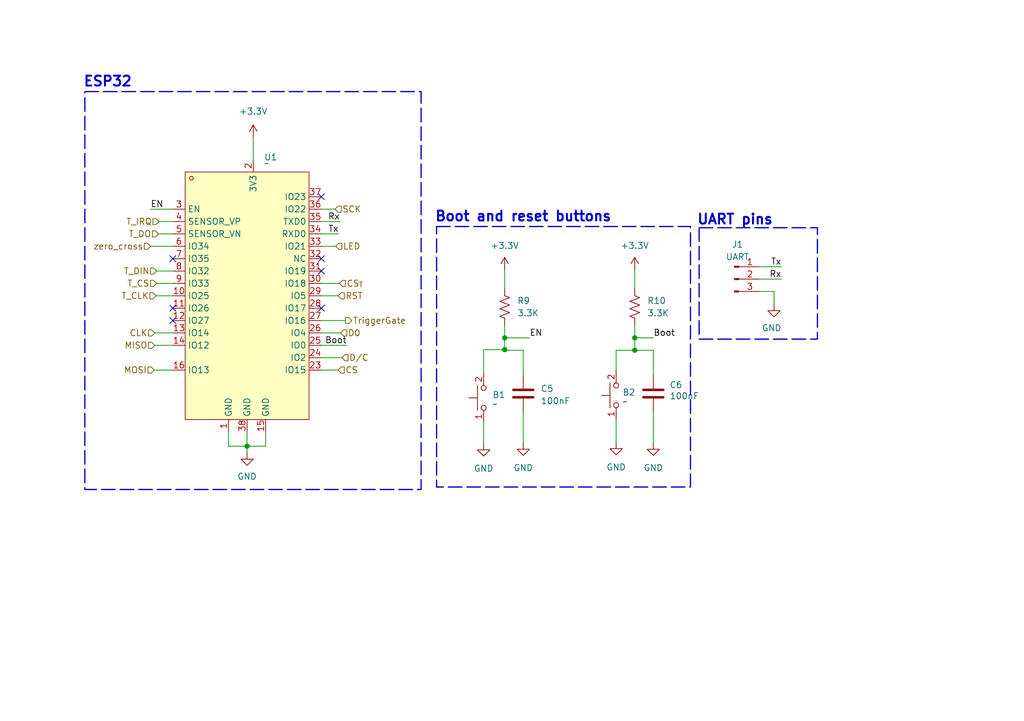
<source format=kicad_sch>
(kicad_sch (version 20231120) (generator "eeschema") (generator_version "8.0")
  (paper "A5")
  (lib_symbols
    (symbol "Connector:Conn_01x03_Pin" (pin_names (offset 1.016) hide)
      (property "Reference" "J" (at 0 5.08 0))
      (property "Value" "Conn_01x03_Pin" (at 0 -5.08 0))
      (symbol "Conn_01x03_Pin_1_1"
        (polyline (pts (xy 1.27 -2.54) (xy 0.8636 -2.54)) (stroke (width 0.1524)))
        (polyline (pts (xy 1.27 0) (xy 0.8636 0)) (stroke (width 0.1524)))
        (polyline (pts (xy 1.27 2.54) (xy 0.8636 2.54)) (stroke (width 0.1524)))
        (rectangle (start 0.8636 -2.413) (end 0 -2.667) (stroke (width 0.1524)) (fill (type outline)))
        (rectangle (start 0.8636 0.127) (end 0 -0.127) (stroke (width 0.1524)) (fill (type outline)))
        (rectangle (start 0.8636 2.667) (end 0 2.413) (stroke (width 0.1524)) (fill (type outline)))
        (pin passive line (at 5.08 2.54 180) (length 3.81) (name "Pin_1") (number "1"))
        (pin passive line (at 5.08 0 180) (length 3.81) (name "Pin_2") (number "2"))
        (pin passive line (at 5.08 -2.54 180) (length 3.81) (name "Pin_3") (number "3"))
      )
    )
    (symbol "Device:C" (pin_numbers hide) (pin_names (offset 0.254))
      (property "Reference" "C" (at 0.635 2.54 0))
      (property "Value" "C" (at 0.635 -2.54 0))
      (symbol "C_0_1"
        (polyline (pts (xy -2.032 -0.762) (xy 2.032 -0.762)) (stroke (width 0.508)))
        (polyline (pts (xy -2.032 0.762) (xy 2.032 0.762)) (stroke (width 0.508)))
      )
      (symbol "C_1_1"
        (pin passive line (at 0 3.81 270) (length 2.794) (name "~") (number "1"))
        (pin passive line (at 0 -3.81 90) (length 2.794) (name "~") (number "2"))
      )
    )
    (symbol "Device:R_US" (pin_numbers hide) (pin_names (offset 0))
      (property "Reference" "R" (at 2.54 0 90))
      (property "Value" "R_US" (at -2.54 0 90))
      (symbol "R_US_0_1"
        (polyline (pts (xy 0 -2.286) (xy 0 -2.54)))
        (polyline (pts (xy 0 2.286) (xy 0 2.54)))
        (polyline (pts (xy 0 -0.762) (xy 1.016 -1.143) (xy 0 -1.524) (xy -1.016 -1.905) (xy 0 -2.286)))
        (polyline (pts (xy 0 0.762) (xy 1.016 0.381) (xy 0 0) (xy -1.016 -0.381) (xy 0 -0.762)))
        (polyline (pts (xy 0 2.286) (xy 1.016 1.905) (xy 0 1.524) (xy -1.016 1.143) (xy 0 0.762)))
      )
      (symbol "R_US_1_1"
        (pin passive line (at 0 3.81 270) (length 1.27) (name "~") (number "1"))
        (pin passive line (at 0 -3.81 90) (length 1.27) (name "~") (number "2"))
      )
    )
    (symbol "JuanDavid_Library:ESP32-WROOM-32E-N8"
      (property "Reference" "U" (at -6.35 41.91 0))
      (symbol "ESP32-WROOM-32E-N8_0_1"
        (rectangle (start -13.97 39.37) (end 11.43 -11.43) (fill (type background)))
        (circle (center -12.7 38.1) (radius 0.38))
        (pin unspecified line (at -5.08 -13.97 90) (length 2.54) (name "GND") (number "1"))
        (pin unspecified line (at -16.51 13.97 0) (length 2.54) (name "IO25") (number "10"))
        (pin unspecified line (at -16.51 11.43 0) (length 2.54) (name "IO26") (number "11"))
        (pin unspecified line (at -16.51 8.89 0) (length 2.54) (name "IO27") (number "12"))
        (pin unspecified line (at -16.51 6.35 0) (length 2.54) (name "IO14") (number "13"))
        (pin unspecified line (at -16.51 3.81 0) (length 2.54) (name "IO12") (number "14"))
        (pin unspecified line (at 2.54 -13.97 90) (length 2.54) (name "GND") (number "15"))
        (pin unspecified line (at -16.51 -1.27 0) (length 2.54) (name "IO13") (number "16"))
        (pin unspecified line (at 0 41.91 270) (length 2.54) (name "3V3") (number "2"))
        (pin unspecified line (at 13.97 -1.27 180) (length 2.54) (name "IO15") (number "23"))
        (pin unspecified line (at 13.97 1.27 180) (length 2.54) (name "IO2") (number "24"))
        (pin unspecified line (at 13.97 3.81 180) (length 2.54) (name "IO0") (number "25"))
        (pin unspecified line (at 13.97 6.35 180) (length 2.54) (name "IO4") (number "26"))
        (pin unspecified line (at 13.97 8.89 180) (length 2.54) (name "IO16") (number "27"))
        (pin unspecified line (at 13.97 11.43 180) (length 2.54) (name "IO17") (number "28"))
        (pin unspecified line (at 13.97 13.97 180) (length 2.54) (name "IO5") (number "29"))
        (pin unspecified line (at -16.51 31.75 0) (length 2.54) (name "EN") (number "3"))
        (pin unspecified line (at 13.97 16.51 180) (length 2.54) (name "IO18") (number "30"))
        (pin unspecified line (at 13.97 19.05 180) (length 2.54) (name "IO19") (number "31"))
        (pin unspecified line (at 13.97 21.59 180) (length 2.54) (name "NC") (number "32"))
        (pin unspecified line (at 13.97 24.13 180) (length 2.54) (name "IO21") (number "33"))
        (pin unspecified line (at 13.97 26.67 180) (length 2.54) (name "RXD0") (number "34"))
        (pin unspecified line (at 13.97 29.21 180) (length 2.54) (name "TXD0") (number "35"))
        (pin unspecified line (at 13.97 31.75 180) (length 2.54) (name "IO22") (number "36"))
        (pin unspecified line (at 13.97 34.29 180) (length 2.54) (name "IO23") (number "37"))
        (pin unspecified line (at -1.27 -13.97 90) (length 2.54) (name "GND") (number "38"))
        (pin unspecified line (at -16.51 29.21 0) (length 2.54) (name "SENSOR_VP") (number "4"))
        (pin unspecified line (at -16.51 26.67 0) (length 2.54) (name "SENSOR_VN") (number "5"))
        (pin unspecified line (at -16.51 24.13 0) (length 2.54) (name "IO34") (number "6"))
        (pin unspecified line (at -16.51 21.59 0) (length 2.54) (name "IO35") (number "7"))
        (pin unspecified line (at -16.51 19.05 0) (length 2.54) (name "IO32") (number "8"))
        (pin unspecified line (at -16.51 16.51 0) (length 2.54) (name "IO33") (number "9"))
      )
      (symbol "ESP32-WROOM-32E-N8_1_1"
        (pin no_connect line (at -16.51 -3.81 0) (length 2.54) hide (name "NC") (number "17"))
        (pin no_connect line (at -16.51 -6.35 0) (length 2.54) hide (name "NC") (number "18"))
        (pin no_connect line (at -16.51 -8.89 0) (length 2.54) hide (name "NC") (number "19"))
        (pin no_connect line (at 13.97 -8.89 180) (length 2.54) hide (name "NC") (number "20"))
        (pin no_connect line (at 13.97 -6.35 180) (length 2.54) hide (name "NC") (number "21"))
        (pin no_connect line (at 13.97 -3.81 180) (length 2.54) hide (name "NC") (number "22"))
        (pin unspecified line (at -5.08 -13.97 90) (length 2.54) hide (name "GND") (number "39"))
      )
    )
    (symbol "JuanDavid_Library:SlimButton"
      (property "Reference" "B" (at 0 5.08 0))
      (symbol "SlimButton_0_1"
        (circle (center -2.032 0) (radius 0.508))
        (polyline (pts (xy 0 1.27) (xy 0 3.048)))
        (polyline (pts (xy 2.54 1.27) (xy -2.54 1.27)))
        (circle (center 2.032 0) (radius 0.508))
      )
      (symbol "SlimButton_1_1"
        (pin passive line (at -5.08 0 0) (length 2.54) (name "") (number "1"))
        (pin passive line (at 5.08 0 180) (length 2.54) (name "") (number "2"))
      )
    )
    (symbol "power:+5V" (power) (pin_numbers hide) (pin_names (offset 0) hide)
      (property "Value" "+5V" (at 0 3.556 0))
      (symbol "+5V_0_1"
        (polyline (pts (xy -0.762 1.27) (xy 0 2.54)))
        (polyline (pts (xy 0 0) (xy 0 2.54)))
        (polyline (pts (xy 0 2.54) (xy 0.762 1.27)))
      )
      (symbol "+5V_1_1"
        (pin power_in line (at 0 0 90) (length 0) (name "~") (number "1"))
      )
    )
    (symbol "power:GND" (power) (pin_numbers hide) (pin_names (offset 0) hide)
      (property "Value" "GND" (at 0 -3.81 0))
      (symbol "GND_0_1"
        (polyline (pts (xy 0 0) (xy 0 -1.27) (xy 1.27 -1.27) (xy 0 -2.54) (xy -1.27 -1.27) (xy 0 -1.27)))
      )
      (symbol "GND_1_1"
        (pin power_in line (at 0 0 270) (length 0) (name "~") (number "1"))
      )
    )
  )
  (junction (at 130.175 71.882))
  (junction (at 103.505 71.755))
  (junction (at 130.175 69.342))
  (junction (at 50.673 91.567))
  (junction (at 103.505 69.342))
  (no_connect (at 65.913 63.246))
  (no_connect (at 65.913 40.386))
  (no_connect (at 35.433 53.086))
  (no_connect (at 65.913 55.626))
  (no_connect (at 35.433 63.246))
  (no_connect (at 65.913 53.086))
  (no_connect (at 35.433 65.786))
  (wire (pts (xy 103.505 66.802) (xy 103.505 69.342)))
  (wire (pts (xy 160.274 54.737) (xy 155.702 54.737)))
  (wire (pts (xy 32.639 45.466) (xy 35.433 45.466)))
  (wire (pts (xy 126.365 86.233) (xy 126.365 90.805)))
  (wire (pts (xy 158.75 59.817) (xy 158.75 62.484)))
  (wire (pts (xy 54.483 91.567) (xy 50.673 91.567)))
  (wire (pts (xy 32.512 48.006) (xy 35.433 48.006)))
  (wire (pts (xy 126.365 71.882) (xy 130.175 71.882)))
  (wire (pts (xy 65.913 58.166) (xy 69.596 58.166)))
  (wire (pts (xy 99.187 71.755) (xy 103.505 71.755)))
  (wire (pts (xy 99.187 76.581) (xy 99.187 71.755)))
  (wire (pts (xy 54.483 88.646) (xy 54.483 91.567)))
  (wire (pts (xy 133.985 84.582) (xy 133.985 90.932)))
  (wire (pts (xy 68.707 42.926) (xy 65.913 42.926)))
  (wire (pts (xy 65.913 60.706) (xy 69.342 60.706)))
  (wire (pts (xy 30.861 50.546) (xy 35.433 50.546)))
  (wire (pts (xy 46.863 91.567) (xy 50.673 91.567)))
  (wire (pts (xy 103.505 55.372) (xy 103.505 59.182)))
  (wire (pts (xy 130.175 55.372) (xy 130.175 59.182)))
  (wire (pts (xy 35.433 55.626) (xy 32.131 55.626)))
  (wire (pts (xy 99.187 86.741) (xy 99.187 91.059)))
  (wire (pts (xy 50.673 88.646) (xy 50.673 91.567)))
  (wire (pts (xy 65.913 73.406) (xy 70.104 73.406)))
  (wire (pts (xy 130.175 69.342) (xy 130.175 71.882)))
  (wire (pts (xy 31.623 75.946) (xy 35.433 75.946)))
  (wire (pts (xy 31.75 70.866) (xy 35.433 70.866)))
  (wire (pts (xy 69.723 45.466) (xy 65.913 45.466)))
  (wire (pts (xy 103.505 69.342) (xy 103.505 71.755)))
  (wire (pts (xy 107.315 71.882) (xy 103.505 71.882)))
  (wire (pts (xy 160.274 57.277) (xy 155.702 57.277)))
  (wire (pts (xy 46.863 88.646) (xy 46.863 91.567)))
  (wire (pts (xy 107.315 76.962) (xy 107.315 71.882)))
  (wire (pts (xy 133.985 71.882) (xy 130.175 71.882)))
  (wire (pts (xy 32.131 58.166) (xy 35.433 58.166)))
  (wire (pts (xy 103.505 71.755) (xy 103.505 71.882)))
  (wire (pts (xy 126.365 76.073) (xy 126.365 71.882)))
  (wire (pts (xy 65.913 50.546) (xy 68.834 50.546)))
  (wire (pts (xy 133.985 76.962) (xy 133.985 71.882)))
  (wire (pts (xy 130.175 69.342) (xy 133.985 69.342)))
  (wire (pts (xy 50.673 91.567) (xy 50.673 92.964)))
  (wire (pts (xy 69.469 48.006) (xy 65.913 48.006)))
  (wire (pts (xy 35.433 68.326) (xy 31.75 68.326)))
  (wire (pts (xy 69.342 75.946) (xy 65.913 75.946)))
  (wire (pts (xy 107.315 84.582) (xy 107.315 90.932)))
  (wire (pts (xy 71.12 70.866) (xy 65.913 70.866)))
  (wire (pts (xy 30.861 42.926) (xy 35.433 42.926)))
  (wire (pts (xy 103.505 69.342) (xy 108.585 69.342)))
  (wire (pts (xy 35.433 60.706) (xy 32.004 60.706)))
  (wire (pts (xy 65.913 68.326) (xy 69.85 68.326)))
  (wire (pts (xy 65.913 65.786) (xy 70.866 65.786)))
  (wire (pts (xy 130.175 66.802) (xy 130.175 69.342)))
  (wire (pts (xy 155.702 59.817) (xy 158.75 59.817)))
  (wire (pts (xy 51.943 28.194) (xy 51.943 32.766)))
  (rectangle (start 89.535 46.482) (end 141.605 99.949) (stroke (width 0.254) (type dash)))
  (rectangle (start 17.399 18.796) (end 86.36 100.457) (stroke (width 0.254) (type dash)))
  (rectangle (start 143.383 46.736) (end 167.64 69.596) (stroke (width 0.254) (type dash)))
  (image (at 50.673 59.182) (scale 0.138558))
  (text "Boot and reset buttons\n" (at 107.315 44.577 0) (effects (font (size 2.032 2.032) (thickness 0.4064) (bold yes))))
  (text "ESP32" (at 22.098 16.891 0) (effects (font (size 2.032 2.032) (thickness 0.4064) (bold yes))))
  (text "UART pins\n" (at 150.749 45.212 0) (effects (font (size 2.032 2.032) (thickness 0.4064) (bold yes))))
  (label "EN" (at 30.861 42.926 0))
  (label "Boot" (at 133.985 69.342 0))
  (label "Tx" (at 69.469 48.006 180))
  (label "Rx" (at 160.274 57.277 180))
  (label "Tx" (at 160.274 54.737 180))
  (label "EN" (at 108.585 69.342 0))
  (label "Boot" (at 71.12 70.866 180))
  (label "Rx" (at 69.723 45.466 180))
  (hierarchical_label "zero_cross" (shape input) (at 30.861 50.546 180))
  (hierarchical_label "T_CLK" (shape input) (at 32.004 60.706 180))
  (hierarchical_label "TriggerGate" (shape output) (at 70.866 65.786 0))
  (hierarchical_label "RST" (shape input) (at 69.342 60.706 0))
  (hierarchical_label "T_DO" (shape input) (at 32.512 48.006 180))
  (hierarchical_label "CS" (shape input) (at 69.342 75.946 0))
  (hierarchical_label "T_DIN" (shape input) (at 32.131 55.626 180))
  (hierarchical_label "T_CS" (shape input) (at 32.131 58.166 180))
  (hierarchical_label "CS_{T}" (shape input) (at 69.596 58.166 0))
  (hierarchical_label "CLK" (shape input) (at 31.75 68.326 180))
  (hierarchical_label "D{slash}C" (shape input) (at 70.104 73.406 0))
  (hierarchical_label "T_IRQ" (shape input) (at 32.639 45.466 180))
  (hierarchical_label "MISO" (shape input) (at 31.75 70.866 180))
  (hierarchical_label "D0" (shape input) (at 69.85 68.326 0))
  (hierarchical_label "LED" (shape input) (at 68.834 50.546 0))
  (hierarchical_label "MOSI" (shape input) (at 31.623 75.946 180))
  (hierarchical_label "SCK" (shape input) (at 68.707 42.926 0))
  (symbol (lib_id "power:GND") (at 50.673 92.964 0) (unit 1)
    (property "Reference" "#PWR08" (effects (hide yes)))
    (property "Value" "GND" (at 50.673 97.79 0))
    (property "Description" "Power symbol creates a global label with name \"GND\" , ground" (effects (hide yes)))
  )
  (symbol (lib_id "power:GND") (at 158.75 62.484 0) (unit 1)
    (property "Reference" "#PWR034" (effects (hide yes)))
    (property "Value" "GND" (at 158.242 67.31 0))
    (property "Description" "Power symbol creates a global label with name \"GND\" , ground" (effects (hide yes)))
  )
  (symbol (lib_id "Connector:Conn_01x03_Pin") (at 150.622 57.277 0) (unit 1)
    (property "Reference" "J1" (at 151.257 50.165 0))
    (property "Value" "UART" (at 151.257 52.705 0))
    (property "Footprint" "Connector_PinSocket_2.54mm:PinSocket_1x03_P2.54mm_Vertical" (effects (hide yes)))
    (property "Description" "Generic connector, single row, 01x03, script generated" (effects (hide yes)))
  )
  (symbol (lib_id "Device:C") (at 133.985 80.772 0) (unit 1)
    (property "Reference" "C6" (at 137.287 78.994 0) (effects (justify left)))
    (property "Value" "100nF" (at 137.287 81.28 0) (effects (justify left)))
    (property "Footprint" "Capacitor_SMD:C_0603_1608Metric" (effects (hide yes)))
    (property "Description" "Unpolarized capacitor" (effects (hide yes)))
  )
  (symbol (lib_id "Device:C") (at 107.315 80.772 0) (unit 1)
    (property "Reference" "C5" (at 110.871 79.756 0) (effects (justify left)))
    (property "Value" "100nF" (at 110.871 82.296 0) (effects (justify left)))
    (property "Footprint" "Capacitor_SMD:C_0603_1608Metric" (effects (hide yes)))
    (property "Description" "Unpolarized capacitor" (effects (hide yes)))
  )
  (symbol (lib_id "power:GND") (at 107.315 90.932 0) (unit 1)
    (property "Reference" "#PWR030" (effects (hide yes)))
    (property "Value" "GND" (at 107.315 96.012 0))
    (property "Description" "Power symbol creates a global label with name \"GND\" , ground" (effects (hide yes)))
  )
  (symbol (lib_id "power:+5V") (at 103.505 55.372 0) (unit 1)
    (property "Reference" "#PWR029" (effects (hide yes)))
    (property "Value" "+3.3V" (at 103.505 50.419 0))
    (property "Description" "Power symbol creates a global label with name \"+5V\"" (effects (hide yes)))
  )
  (symbol (lib_id "power:+5V") (at 51.943 28.194 0) (unit 1)
    (property "Reference" "#PWR023" (effects (hide yes)))
    (property "Value" "+3.3V" (at 51.943 22.86 0))
    (property "Description" "Power symbol creates a global label with name \"+5V\"" (effects (hide yes)))
  )
  (symbol (lib_id "Device:R_US") (at 103.505 62.992 0) (unit 1)
    (property "Reference" "R9" (at 106.045 61.7219 0) (effects (justify left)))
    (property "Value" "3.3K" (at 106.045 64.2619 0) (effects (justify left)))
    (property "Footprint" "Resistor_SMD:R_0603_1608Metric" (effects (hide yes)))
    (property "Description" "Resistor, US symbol" (effects (hide yes)))
  )
  (symbol (lib_id "JuanDavid_Library:ESP32-WROOM-32E-N8") (at 51.943 74.676 0) (unit 1)
    (property "Reference" "U1" (at 54.1371 32.258 0) (effects (justify left)))
    (property "Value" "~" (at 54.1371 33.528 0) (effects (justify left)))
    (property "Footprint" "JuanDavid_Library:WIFI-SMD_ESP32-WROOM-32E" (effects (hide yes)))
    (property "Description" " SMD,18x25.5mm WiFi Modules ROHS" (effects (hide yes)))
    (property "LCSC Part" "C701342" (effects (hide yes)))
    (property "Name" "ESP32-WROOM-32E" (effects (hide yes)))
  )
  (symbol (lib_id "Device:R_US") (at 130.175 62.992 0) (unit 1)
    (property "Reference" "R10" (at 132.715 61.7219 0) (effects (justify left)))
    (property "Value" "3.3K" (at 132.715 64.2619 0) (effects (justify left)))
    (property "Footprint" "Resistor_SMD:R_0603_1608Metric" (effects (hide yes)))
    (property "Description" "Resistor, US symbol" (effects (hide yes)))
  )
  (symbol (lib_id "JuanDavid_Library:SlimButton") (at 99.187 81.661 90) (unit 1)
    (property "Reference" "B1" (at 100.965 81.0259 90) (effects (justify right)))
    (property "Value" "~" (at 100.965 82.931 90) (effects (justify right)))
    (property "Footprint" "JuanDavid_Library:SW-SMD_L3.9-W2.9-LS4.8" (effects (hide yes)))
    (property "Description" "No Without 50mA 3.9mm 100MΩ 100,000 Times 12V 400gf 2.9mm 2mm Round Button Brick nogging SPST SMD Tactile Switches ROHS" (effects (hide yes)))
    (property "LCSC Part" "C2837082" (effects (hide yes)))
    (property "Name" "GT-TC029D-H020-L1" (effects (hide yes)))
  )
  (symbol (lib_id "power:GND") (at 133.985 90.932 0) (unit 1)
    (property "Reference" "#PWR033" (effects (hide yes)))
    (property "Value" "GND" (at 133.985 96.012 0))
    (property "Description" "Power symbol creates a global label with name \"GND\" , ground" (effects (hide yes)))
  )
  (symbol (lib_id "power:GND") (at 126.365 90.805 0) (unit 1)
    (property "Reference" "#PWR031" (effects (hide yes)))
    (property "Value" "GND" (at 126.365 95.885 0))
    (property "Description" "Power symbol creates a global label with name \"GND\" , ground" (effects (hide yes)))
  )
  (symbol (lib_id "power:GND") (at 99.187 91.059 0) (unit 1)
    (property "Reference" "#PWR028" (effects (hide yes)))
    (property "Value" "GND" (at 99.187 96.139 0))
    (property "Description" "Power symbol creates a global label with name \"GND\" , ground" (effects (hide yes)))
  )
  (symbol (lib_id "JuanDavid_Library:SlimButton") (at 126.365 81.153 90) (unit 1)
    (property "Reference" "B2" (at 127.635 80.5179 90) (effects (justify right)))
    (property "Value" "~" (at 127.635 82.423 90) (effects (justify right)))
    (property "Footprint" "JuanDavid_Library:SW-SMD_L3.9-W2.9-LS4.8" (effects (hide yes)))
    (property "Description" "No Without 50mA 3.9mm 100MΩ 100,000 Times 12V 400gf 2.9mm 2mm Round Button Brick nogging SPST SMD Tactile Switches ROHS" (effects (hide yes)))
    (property "LCSC Part" "C2837082" (effects (hide yes)))
    (property "Name" "GT-TC029D-H020-L1" (effects (hide yes)))
  )
  (symbol (lib_id "power:+5V") (at 130.175 55.372 0) (unit 1)
    (property "Reference" "#PWR032" (effects (hide yes)))
    (property "Value" "+3.3V" (at 130.175 50.419 0))
    (property "Description" "Power symbol creates a global label with name \"+5V\"" (effects (hide yes)))
  )
)
</source>
